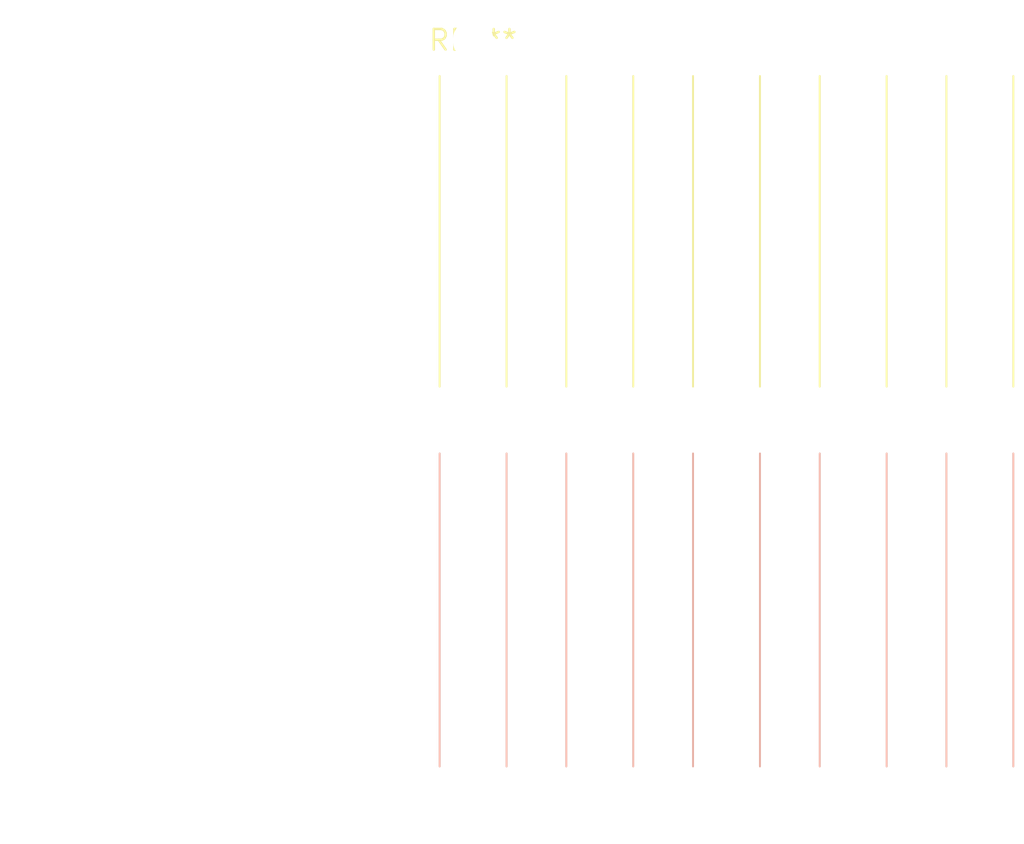
<source format=kicad_pcb>
(kicad_pcb (version 20240108) (generator pcbnew)
  (layers (0 "F.Cu" signal) (31 "B.Cu" signal) (34 "B.Paste" user) (35 "F.Paste" user) (36 "B.SilkS" user "B.Silkscreen") (37 "F.SilkS" user "F.Silkscreen") (38 "B.Mask" user) (39 "F.Mask" user) (44 "Edge.Cuts" user))
  (net 0 "")
  (footprint "SolderWire-2sqmm_1x05_P7.8mm_D2mm_OD3.9mm_Relief2x" (layer "F.Cu") (at 0 0)
    (property "Reference" "REF**")
    (property "Value" "SolderWire-2sqmm_1x05_P7.8mm_D2mm_OD3.9mm_Relief2x")
    (fp_line (start -2.06 25.46) (end -2.06 44.74) (layer "B.SilkS") (stroke (width 0.12)))
    (fp_line (start 2.06 25.46) (end 2.06 44.74) (layer "B.SilkS") (stroke (width 0.12)))
    (fp_line (start 5.74 25.46) (end 5.74 44.74) (layer "B.SilkS") (stroke (width 0.12)))
    (fp_line (start 9.86 25.46) (end 9.86 44.74) (layer "B.SilkS") (stroke (width 0.12)))
    (fp_line (start 13.54 25.46) (end 13.54 44.74) (layer "B.SilkS") (stroke (width 0.12)))
    (fp_line (start 17.66 25.46) (end 17.66 44.74) (layer "B.SilkS") (stroke (width 0.12)))
    (fp_line (start 21.34 25.46) (end 21.34 44.74) (layer "B.SilkS") (stroke (width 0.12)))
    (fp_line (start 25.46 25.46) (end 25.46 44.74) (layer "B.SilkS") (stroke (width 0.12)))
    (fp_line (start 29.14 25.46) (end 29.14 44.74) (layer "B.SilkS") (stroke (width 0.12)))
    (fp_line (start 33.26 25.46) (end 33.26 44.74) (layer "B.SilkS") (stroke (width 0.12)))
    (fp_line (start -2.06 2.21) (end -2.06 21.34) (layer "F.SilkS") (stroke (width 0.12)))
    (fp_line (start 2.06 2.21) (end 2.06 21.34) (layer "F.SilkS") (stroke (width 0.12)))
    (fp_line (start 5.74 2.21) (end 5.74 21.34) (layer "F.SilkS") (stroke (width 0.12)))
    (fp_line (start 9.86 2.21) (end 9.86 21.34) (layer "F.SilkS") (stroke (width 0.12)))
    (fp_line (start 13.54 2.21) (end 13.54 21.34) (layer "F.SilkS") (stroke (width 0.12)))
    (fp_line (start 17.66 2.21) (end 17.66 21.34) (layer "F.SilkS") (stroke (width 0.12)))
    (fp_line (start 21.34 2.21) (end 21.34 21.34) (layer "F.SilkS") (stroke (width 0.12)))
    (fp_line (start 25.46 2.21) (end 25.46 21.34) (layer "F.SilkS") (stroke (width 0.12)))
    (fp_line (start 29.14 2.21) (end 29.14 21.34) (layer "F.SilkS") (stroke (width 0.12)))
    (fp_line (start 33.26 2.21) (end 33.26 21.34) (layer "F.SilkS") (stroke (width 0.12)))
    (pad "" np_thru_hole circle (at 0 23.4) (size 4.4 4.4) (drill 4.4) (layers *.Cu *.Mask))
    (pad "" np_thru_hole circle (at 0 46.8) (size 4.4 4.4) (drill 4.4) (layers *.Cu *.Mask))
    (pad "" np_thru_hole circle (at 7.8 23.4) (size 4.4 4.4) (drill 4.4) (layers *.Cu *.Mask))
    (pad "" np_thru_hole circle (at 7.8 46.8) (size 4.4 4.4) (drill 4.4) (layers *.Cu *.Mask))
    (pad "" np_thru_hole circle (at 15.6 23.4) (size 4.4 4.4) (drill 4.4) (layers *.Cu *.Mask))
    (pad "" np_thru_hole circle (at 15.6 46.8) (size 4.4 4.4) (drill 4.4) (layers *.Cu *.Mask))
    (pad "" np_thru_hole circle (at 23.4 23.4) (size 4.4 4.4) (drill 4.4) (layers *.Cu *.Mask))
    (pad "" np_thru_hole circle (at 23.4 46.8) (size 4.4 4.4) (drill 4.4) (layers *.Cu *.Mask))
    (pad "" np_thru_hole circle (at 31.2 23.4) (size 4.4 4.4) (drill 4.4) (layers *.Cu *.Mask))
    (pad "" np_thru_hole circle (at 31.2 46.8) (size 4.4 4.4) (drill 4.4) (layers *.Cu *.Mask))
    (pad "1" thru_hole roundrect (at 0 0) (size 3.9 3.9) (drill 2.5) (layers *.Cu *.Mask) (remove_unused_layers) (roundrect_rratio 0.064103))
    (pad "2" thru_hole circle (at 7.8 0) (size 3.9 3.9) (drill 2.5) (layers *.Cu *.Mask) (remove_unused_layers))
    (pad "3" thru_hole circle (at 15.6 0) (size 3.9 3.9) (drill 2.5) (layers *.Cu *.Mask) (remove_unused_layers))
    (pad "4" thru_hole circle (at 23.4 0) (size 3.9 3.9) (drill 2.5) (layers *.Cu *.Mask) (remove_unused_layers))
    (pad "5" thru_hole circle (at 31.2 0) (size 3.9 3.9) (drill 2.5) (layers *.Cu *.Mask) (remove_unused_layers))
  )
)
</source>
